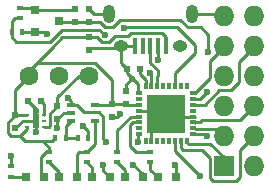
<source format=gtl>
G04 #@! TF.FileFunction,Copper,L1,Top,Signal*
%FSLAX46Y46*%
G04 Gerber Fmt 4.6, Leading zero omitted, Abs format (unit mm)*
G04 Created by KiCad (PCBNEW (2016-06-01 BZR 6870, Git 0ccd3bb)-product) date 06/04/16 23:15:30*
%MOMM*%
%LPD*%
G01*
G04 APERTURE LIST*
%ADD10C,0.150000*%
%ADD11R,1.727200X1.727200*%
%ADD12O,1.727200X1.727200*%
%ADD13R,0.797560X0.797560*%
%ADD14R,0.660400X0.406400*%
%ADD15R,0.400000X1.350000*%
%ADD16O,1.250000X0.950000*%
%ADD17O,1.000000X1.550000*%
%ADD18R,0.600000X0.500000*%
%ADD19R,0.500000X0.600000*%
%ADD20R,0.600000X0.400000*%
%ADD21R,0.400000X0.600000*%
%ADD22R,0.800100X0.800100*%
%ADD23R,0.300000X0.600000*%
%ADD24R,0.600000X0.300000*%
%ADD25R,3.200000X3.200000*%
%ADD26C,1.600000*%
%ADD27R,0.350000X0.250000*%
%ADD28R,0.500000X1.250000*%
%ADD29C,0.600000*%
%ADD30C,0.250000*%
G04 APERTURE END LIST*
D10*
D11*
X61976000Y-34290000D03*
D12*
X64516000Y-34290000D03*
X61976000Y-31750000D03*
X64516000Y-31750000D03*
X61976000Y-29210000D03*
X64516000Y-29210000D03*
X61976000Y-26670000D03*
X64516000Y-26670000D03*
X61976000Y-24130000D03*
X64516000Y-24130000D03*
X61976000Y-21590000D03*
X64516000Y-21590000D03*
D13*
X57899300Y-35242500D03*
X56400700Y-35242500D03*
X55105300Y-35242500D03*
X53606700Y-35242500D03*
X46723300Y-35242500D03*
X45224700Y-35242500D03*
X48018700Y-35242500D03*
X49517300Y-35242500D03*
X50812700Y-35242500D03*
X52311300Y-35242500D03*
D14*
X49022000Y-29121100D03*
X49022000Y-30441900D03*
X49022000Y-29781500D03*
X51054000Y-30441900D03*
X51054000Y-29121100D03*
D15*
X57053900Y-24105040D03*
X56403900Y-24105040D03*
X55753900Y-24105040D03*
X55103900Y-24105040D03*
X54453900Y-24105040D03*
D16*
X58253900Y-24105040D03*
X53253900Y-24105040D03*
D17*
X59253900Y-21405040D03*
X52253900Y-21405040D03*
D18*
X54842500Y-26035000D03*
X53742500Y-26035000D03*
D19*
X52514500Y-29041000D03*
X52514500Y-30141000D03*
D20*
X55753000Y-33978000D03*
X55753000Y-33078000D03*
X52959000Y-33978000D03*
X52959000Y-33078000D03*
X43942000Y-35184500D03*
X43942000Y-34284500D03*
X44704000Y-20886000D03*
X44704000Y-21786000D03*
D21*
X47683000Y-31877000D03*
X48583000Y-31877000D03*
X49588000Y-31877000D03*
X50488000Y-31877000D03*
D20*
X47180500Y-33078000D03*
X47180500Y-33978000D03*
X50355500Y-33078000D03*
X50355500Y-33978000D03*
D21*
X44900000Y-22923500D03*
X44000000Y-22923500D03*
D19*
X44323000Y-29993500D03*
X44323000Y-31093500D03*
X47879000Y-29231500D03*
X47879000Y-30331500D03*
D18*
X45360500Y-28765500D03*
X46460500Y-28765500D03*
D19*
X49339500Y-22076500D03*
X49339500Y-20976500D03*
X50546000Y-22076500D03*
X50546000Y-20976500D03*
D22*
X45999240Y-21050000D03*
X45999240Y-22950000D03*
X47998220Y-22000000D03*
D23*
X55336500Y-32145000D03*
X55836500Y-32145000D03*
X56336500Y-32145000D03*
X56836500Y-32145000D03*
X57336500Y-32145000D03*
X57836500Y-32145000D03*
X58336500Y-32145000D03*
X58836500Y-32145000D03*
X55336500Y-27545000D03*
X55836500Y-27545000D03*
X56336500Y-27545000D03*
X56836500Y-27545000D03*
X58836500Y-27545000D03*
X58336500Y-27545000D03*
X57836500Y-27545000D03*
D24*
X59386500Y-29595000D03*
X59386500Y-28095000D03*
X54786500Y-31095000D03*
X54786500Y-29095000D03*
X54786500Y-28595000D03*
X54786500Y-31595000D03*
X54786500Y-30095000D03*
X59386500Y-29095000D03*
X59386500Y-28595000D03*
X54786500Y-30595000D03*
X54786500Y-29595000D03*
X54786500Y-28095000D03*
X59386500Y-31595000D03*
X59386500Y-31095000D03*
X59386500Y-30595000D03*
D25*
X57086500Y-29845000D03*
D24*
X59386500Y-30095000D03*
D23*
X57336500Y-27545000D03*
D19*
X50546000Y-23389500D03*
X50546000Y-24489500D03*
X53721000Y-28998000D03*
X53721000Y-27898000D03*
D26*
X48006000Y-26670000D03*
X50546000Y-26670000D03*
X45466000Y-26670000D03*
D27*
X46737500Y-30980000D03*
X46737500Y-30480000D03*
X46737500Y-29980000D03*
X45337500Y-30980000D03*
X45337500Y-29980000D03*
X45337500Y-30480000D03*
D28*
X46037500Y-30480000D03*
D29*
X53213000Y-29845000D03*
X54197250Y-26892250D03*
X56578500Y-30861000D03*
X57594500Y-30861000D03*
X56578500Y-28829000D03*
X57594500Y-28829000D03*
X54673500Y-32258000D03*
X43942000Y-33464500D03*
X46037500Y-31369000D03*
X46037500Y-29591000D03*
X47879000Y-31051500D03*
X50038000Y-30861000D03*
X51752500Y-34226500D03*
X60642500Y-24638000D03*
X46990000Y-23114000D03*
X48768000Y-28511500D03*
X52006500Y-32258000D03*
X54292500Y-34163000D03*
X57848500Y-34226500D03*
X60579000Y-31750000D03*
X51943000Y-23177500D03*
X53530500Y-22606000D03*
X60515500Y-28003500D03*
X59944000Y-35115500D03*
X56388000Y-25273000D03*
X55753000Y-26416000D03*
D30*
X55336500Y-27445000D02*
X55336500Y-27015500D01*
X54842500Y-26521500D02*
X54842500Y-26035000D01*
X55336500Y-27015500D02*
X54842500Y-26521500D01*
X53721000Y-27898000D02*
X53721000Y-27368500D01*
X53721000Y-27368500D02*
X54197250Y-26892250D01*
X52514500Y-30141000D02*
X52917000Y-30141000D01*
X52917000Y-30141000D02*
X53213000Y-29845000D01*
X50546000Y-24489500D02*
X50715000Y-24320500D01*
X50715000Y-24320500D02*
X53038440Y-24320500D01*
X53038440Y-24320500D02*
X53253900Y-24105040D01*
X50546000Y-20976500D02*
X50974540Y-21405040D01*
X50974540Y-21405040D02*
X52253900Y-21405040D01*
X57086500Y-29845000D02*
X57086500Y-30353000D01*
X57086500Y-30353000D02*
X56578500Y-30861000D01*
X57086500Y-30353000D02*
X57594500Y-30861000D01*
X56578500Y-28829000D02*
X57086500Y-29845000D01*
X57086500Y-29845000D02*
X57086500Y-29337000D01*
X57086500Y-29337000D02*
X57594500Y-28829000D01*
X59253900Y-21405040D02*
X61727540Y-21405040D01*
X58561500Y-30095000D02*
X57949000Y-30707500D01*
X55836500Y-31095000D02*
X56224000Y-30707500D01*
X55611500Y-29595000D02*
X56224000Y-28982500D01*
X54686500Y-29595000D02*
X55611500Y-29595000D01*
X54686500Y-31595000D02*
X54686500Y-32245000D01*
X54686500Y-32245000D02*
X54673500Y-32258000D01*
X55836500Y-32245000D02*
X55836500Y-31095000D01*
X59486500Y-30095000D02*
X58561500Y-30095000D01*
X43942000Y-34284500D02*
X43942000Y-33464500D01*
X46037500Y-30480000D02*
X46037500Y-31369000D01*
X46037500Y-30480000D02*
X46037500Y-29591000D01*
X47879000Y-30331500D02*
X47879000Y-31051500D01*
X47879000Y-30331500D02*
X48429000Y-29781500D01*
X48429000Y-29781500D02*
X49022000Y-29781500D01*
X45337500Y-30480000D02*
X44936500Y-30480000D01*
X44936500Y-30480000D02*
X44323000Y-31093500D01*
X45337500Y-30480000D02*
X46037500Y-30480000D01*
X45360500Y-28765500D02*
X46037500Y-29442500D01*
X46037500Y-29442500D02*
X46037500Y-30480000D01*
X50488000Y-31877000D02*
X50488000Y-31311000D01*
X50488000Y-31311000D02*
X50038000Y-30861000D01*
X52311300Y-35242500D02*
X51752500Y-34683700D01*
X51752500Y-34683700D02*
X51752500Y-34226500D01*
X54682500Y-29591000D02*
X54686500Y-29595000D01*
X52206360Y-21357500D02*
X52253900Y-21405040D01*
X54686500Y-28095000D02*
X54686500Y-27381500D01*
X53742500Y-26437500D02*
X53742500Y-26035000D01*
X54686500Y-27381500D02*
X53742500Y-26437500D01*
X53742500Y-26035000D02*
X53253900Y-25546400D01*
X53253900Y-25546400D02*
X53253900Y-24105040D01*
X54453900Y-24105040D02*
X53253900Y-24105040D01*
X53250440Y-24108500D02*
X53253900Y-24105040D01*
X61727540Y-21405040D02*
X61976000Y-21653500D01*
X53721000Y-28998000D02*
X53818000Y-29095000D01*
X53818000Y-29095000D02*
X54786500Y-29095000D01*
X52514500Y-29041000D02*
X53678000Y-29041000D01*
X53678000Y-29041000D02*
X53721000Y-28998000D01*
X57053900Y-24105040D02*
X57053900Y-23398900D01*
X57053900Y-23398900D02*
X56705500Y-23050500D01*
X52768500Y-23304500D02*
X52260500Y-23812500D01*
X52260500Y-23812500D02*
X51689000Y-23812500D01*
X56705500Y-23050500D02*
X54102000Y-23050500D01*
X54102000Y-23050500D02*
X53848000Y-23304500D01*
X50546000Y-23389500D02*
X51266000Y-23389500D01*
X51689000Y-23812500D02*
X51266000Y-23389500D01*
X53848000Y-23304500D02*
X52768500Y-23304500D01*
X53657500Y-28998000D02*
X53754500Y-29095000D01*
X52514500Y-29041000D02*
X52557500Y-28998000D01*
X52514500Y-29041000D02*
X52434400Y-29121100D01*
X52434400Y-29121100D02*
X51054000Y-29121100D01*
X52324000Y-26797000D02*
X52514500Y-26987500D01*
X52324000Y-26797000D02*
X51054000Y-25527000D01*
X46164500Y-25527000D02*
X51054000Y-25527000D01*
X52514500Y-26987500D02*
X52514500Y-29041000D01*
X46164500Y-25527000D02*
X46164500Y-25590500D01*
X46164500Y-25590500D02*
X46164500Y-25527000D01*
X47434500Y-24257000D02*
X46164500Y-25527000D01*
X46164500Y-25527000D02*
X45466000Y-26225500D01*
X45466000Y-26225500D02*
X45466000Y-26670000D01*
X50546000Y-23389500D02*
X48302000Y-23389500D01*
X48302000Y-23389500D02*
X47434500Y-24257000D01*
X44323000Y-29993500D02*
X44323000Y-27813000D01*
X44323000Y-27813000D02*
X45466000Y-26670000D01*
X47180500Y-33078000D02*
X46932000Y-33078000D01*
X46932000Y-33078000D02*
X46482000Y-33528000D01*
X46482000Y-33528000D02*
X46482000Y-35001200D01*
X46482000Y-35001200D02*
X46723300Y-35242500D01*
X46609000Y-32131000D02*
X47180500Y-32702500D01*
X47180500Y-32702500D02*
X47180500Y-33078000D01*
X46228000Y-32131000D02*
X45148500Y-32131000D01*
X45148500Y-32131000D02*
X44735750Y-31718250D01*
X44323000Y-29993500D02*
X43688000Y-30628500D01*
X43688000Y-30628500D02*
X43688000Y-31496000D01*
X43688000Y-31496000D02*
X43942000Y-31750000D01*
X43942000Y-31750000D02*
X44704000Y-31750000D01*
X44704000Y-31750000D02*
X44735750Y-31718250D01*
X45337500Y-31116500D02*
X45337500Y-30980000D01*
X44735750Y-31718250D02*
X45337500Y-31116500D01*
X45337500Y-29980000D02*
X44336500Y-29980000D01*
X44336500Y-29980000D02*
X44323000Y-29993500D01*
X47429000Y-32131000D02*
X47683000Y-31877000D01*
X46228000Y-32131000D02*
X46164500Y-32131000D01*
X46164500Y-32131000D02*
X46609000Y-32131000D01*
X46609000Y-32131000D02*
X47429000Y-32131000D01*
X49339500Y-22076500D02*
X48074720Y-22076500D01*
X48074720Y-22076500D02*
X47998220Y-22000000D01*
X50546000Y-22076500D02*
X49339500Y-22076500D01*
X51435000Y-22076500D02*
X51477000Y-22076500D01*
X51477000Y-22076500D02*
X51943000Y-22542500D01*
X51943000Y-22542500D02*
X52578000Y-22542500D01*
X60642500Y-23177500D02*
X60642500Y-24638000D01*
X52578000Y-22542500D02*
X53213000Y-21907500D01*
X53213000Y-21907500D02*
X58293000Y-21907500D01*
X58293000Y-21907500D02*
X58928000Y-22542500D01*
X58928000Y-22542500D02*
X60007500Y-22542500D01*
X60007500Y-22542500D02*
X60642500Y-23177500D01*
X50546000Y-22076500D02*
X51435000Y-22076500D01*
X51435000Y-22076500D02*
X51477000Y-22076500D01*
X44704000Y-20886000D02*
X45835240Y-20886000D01*
X45835240Y-20886000D02*
X45999240Y-21050000D01*
X49339500Y-20976500D02*
X49266000Y-21050000D01*
X49266000Y-21050000D02*
X45999240Y-21050000D01*
X44900000Y-22923500D02*
X45972740Y-22923500D01*
X45972740Y-22923500D02*
X45999240Y-22950000D01*
X45962240Y-22987000D02*
X45999240Y-22950000D01*
X46990000Y-23114000D02*
X46826000Y-22950000D01*
X46826000Y-22950000D02*
X45999240Y-22950000D01*
X49022000Y-28765500D02*
X48768000Y-28511500D01*
X49022000Y-29121100D02*
X49022000Y-28765500D01*
X49504600Y-29121100D02*
X49022000Y-29121100D01*
X50101500Y-29718000D02*
X49504600Y-29121100D01*
X51371500Y-29718000D02*
X50101500Y-29718000D01*
X51752500Y-30099000D02*
X51371500Y-29718000D01*
X51752500Y-32004000D02*
X51752500Y-30099000D01*
X52006500Y-32258000D02*
X51752500Y-32004000D01*
X54292500Y-34163000D02*
X55105300Y-34975800D01*
X55105300Y-34975800D02*
X55105300Y-35242500D01*
X59486500Y-31595000D02*
X60424000Y-31595000D01*
X57899300Y-34277300D02*
X57899300Y-35242500D01*
X57848500Y-34226500D02*
X57899300Y-34277300D01*
X60424000Y-31595000D02*
X60579000Y-31750000D01*
X55753000Y-33978000D02*
X55753000Y-34594800D01*
X55753000Y-34594800D02*
X56400700Y-35242500D01*
X56400700Y-35006700D02*
X56400700Y-35242500D01*
X56388000Y-35229800D02*
X56400700Y-35242500D01*
X56400700Y-35242500D02*
X56400700Y-35229800D01*
X52959000Y-33978000D02*
X53606700Y-34625700D01*
X53606700Y-34625700D02*
X53606700Y-35242500D01*
X53594000Y-35229800D02*
X53606700Y-35242500D01*
X43942000Y-35184500D02*
X45166700Y-35184500D01*
X45166700Y-35184500D02*
X45224700Y-35242500D01*
X48018700Y-35242500D02*
X48018700Y-34816200D01*
X48018700Y-34816200D02*
X47180500Y-33978000D01*
X50355500Y-33978000D02*
X50812700Y-34435200D01*
X50812700Y-34435200D02*
X50812700Y-35242500D01*
X44000000Y-22923500D02*
X44000000Y-22040000D01*
X44254000Y-21786000D02*
X44704000Y-21786000D01*
X44000000Y-22040000D02*
X44254000Y-21786000D01*
X45148500Y-23749000D02*
X44386500Y-23749000D01*
X48260000Y-22733000D02*
X47244000Y-23749000D01*
X51879500Y-23177500D02*
X51435000Y-22733000D01*
X51435000Y-22733000D02*
X48260000Y-22733000D01*
X51943000Y-23177500D02*
X51879500Y-23177500D01*
X47244000Y-23749000D02*
X45148500Y-23749000D01*
X44000000Y-23362500D02*
X44000000Y-22923500D01*
X44386500Y-23749000D02*
X44000000Y-23362500D01*
X51879500Y-23114000D02*
X51943000Y-23177500D01*
X53530500Y-22606000D02*
X53657500Y-22479000D01*
X53657500Y-22479000D02*
X58039000Y-22479000D01*
X58039000Y-22479000D02*
X59563000Y-24003000D01*
X59563000Y-24003000D02*
X59563000Y-24701500D01*
X59563000Y-24701500D02*
X57836500Y-26428000D01*
X57836500Y-27445000D02*
X57836500Y-26428000D01*
X54786500Y-30095000D02*
X54100090Y-30095000D01*
X54100090Y-30095000D02*
X52959000Y-31236090D01*
X52959000Y-31236090D02*
X52959000Y-32628000D01*
X52959000Y-32628000D02*
X52959000Y-33078000D01*
X55753000Y-33078000D02*
X54568498Y-33078000D01*
X54568498Y-33078000D02*
X54048499Y-32558001D01*
X54048499Y-32558001D02*
X54048499Y-30783001D01*
X54048499Y-30783001D02*
X54236500Y-30595000D01*
X54236500Y-30595000D02*
X54786500Y-30595000D01*
X47879000Y-28461000D02*
X49670000Y-26670000D01*
X47879000Y-29231500D02*
X47879000Y-28461000D01*
X49670000Y-26670000D02*
X50546000Y-26670000D01*
X47879000Y-29231500D02*
X47244000Y-29866500D01*
X47188500Y-30980000D02*
X46737500Y-30980000D01*
X47244000Y-30924500D02*
X47188500Y-30980000D01*
X47244000Y-29866500D02*
X47244000Y-30924500D01*
X59486500Y-31095000D02*
X59506500Y-31115000D01*
X59506500Y-31115000D02*
X61277500Y-31115000D01*
X61277500Y-31115000D02*
X61976000Y-31813500D01*
X59386500Y-30595000D02*
X59936500Y-30595000D01*
X59936500Y-30595000D02*
X60132899Y-30398601D01*
X60132899Y-30398601D02*
X63327399Y-30398601D01*
X63327399Y-30398601D02*
X63652401Y-30073599D01*
X63652401Y-30073599D02*
X64516000Y-29210000D01*
X59486500Y-30595000D02*
X59498500Y-30607000D01*
X59386500Y-29095000D02*
X60331870Y-29095000D01*
X60331870Y-29095000D02*
X61568269Y-27858601D01*
X61568269Y-27858601D02*
X62565399Y-27858601D01*
X62565399Y-27858601D02*
X63246000Y-27178000D01*
X63246000Y-25463500D02*
X64516000Y-24193500D01*
X63246000Y-27178000D02*
X63246000Y-25463500D01*
X59386500Y-28595000D02*
X59924000Y-28595000D01*
X59924000Y-28595000D02*
X60515500Y-28003500D01*
X59386500Y-28095000D02*
X59498998Y-28095000D01*
X59498998Y-28095000D02*
X60787399Y-26806599D01*
X60787399Y-26806599D02*
X60787399Y-25418103D01*
X60787399Y-25418103D02*
X61976000Y-24229502D01*
X61976000Y-24229502D02*
X61976000Y-24130000D01*
X57836500Y-33008000D02*
X59944000Y-35115500D01*
X57836500Y-32245000D02*
X57836500Y-33008000D01*
X58336500Y-32245000D02*
X58336500Y-32746000D01*
X58336500Y-32746000D02*
X58547000Y-32956500D01*
X63018202Y-35560000D02*
X63327399Y-35250803D01*
X63652401Y-32613599D02*
X64516000Y-31750000D01*
X58547000Y-32956500D02*
X60134500Y-32956500D01*
X60134500Y-32956500D02*
X60769500Y-33591500D01*
X60769500Y-35306000D02*
X61023500Y-35560000D01*
X60769500Y-33591500D02*
X60769500Y-35306000D01*
X61023500Y-35560000D02*
X63018202Y-35560000D01*
X63327399Y-35250803D02*
X63327399Y-32938601D01*
X63327399Y-32938601D02*
X63652401Y-32613599D01*
X58836500Y-32245000D02*
X58976500Y-32385000D01*
X60833000Y-32385000D02*
X61976000Y-33528000D01*
X58976500Y-32385000D02*
X60833000Y-32385000D01*
X61976000Y-33528000D02*
X61976000Y-34353500D01*
X55753900Y-25527900D02*
X56388000Y-26162000D01*
X55753900Y-25527000D02*
X55753900Y-25527900D01*
X55753900Y-24105040D02*
X55753900Y-25527000D01*
X56324500Y-26670000D02*
X56324500Y-27433000D01*
X56388000Y-26670000D02*
X56324500Y-26670000D01*
X56388000Y-26606500D02*
X56388000Y-26670000D01*
X56388000Y-26162000D02*
X56388000Y-26606500D01*
X56324500Y-27433000D02*
X56336500Y-27445000D01*
X56403900Y-25257100D02*
X56388000Y-25273000D01*
X56403900Y-24105040D02*
X56403900Y-25257100D01*
X55753000Y-26416000D02*
X55836500Y-26499500D01*
X55836500Y-26499500D02*
X55836500Y-27445000D01*
X50355500Y-33078000D02*
X50350000Y-33083500D01*
X50350000Y-33083500D02*
X49720500Y-33083500D01*
X49517300Y-33286700D02*
X49517300Y-35242500D01*
X49720500Y-33083500D02*
X49517300Y-33286700D01*
X50361000Y-33078000D02*
X51054000Y-32385000D01*
X51054000Y-32321500D02*
X51054000Y-30441900D01*
X51054000Y-32385000D02*
X51054000Y-32321500D01*
X50361000Y-33078000D02*
X50355500Y-33078000D01*
X46737500Y-29980000D02*
X46737500Y-29042500D01*
X46737500Y-29042500D02*
X46460500Y-28765500D01*
X48583000Y-31877000D02*
X48583000Y-30880900D01*
X48583000Y-30880900D02*
X49022000Y-30441900D01*
X49588000Y-31877000D02*
X48583000Y-31877000D01*
M02*

</source>
